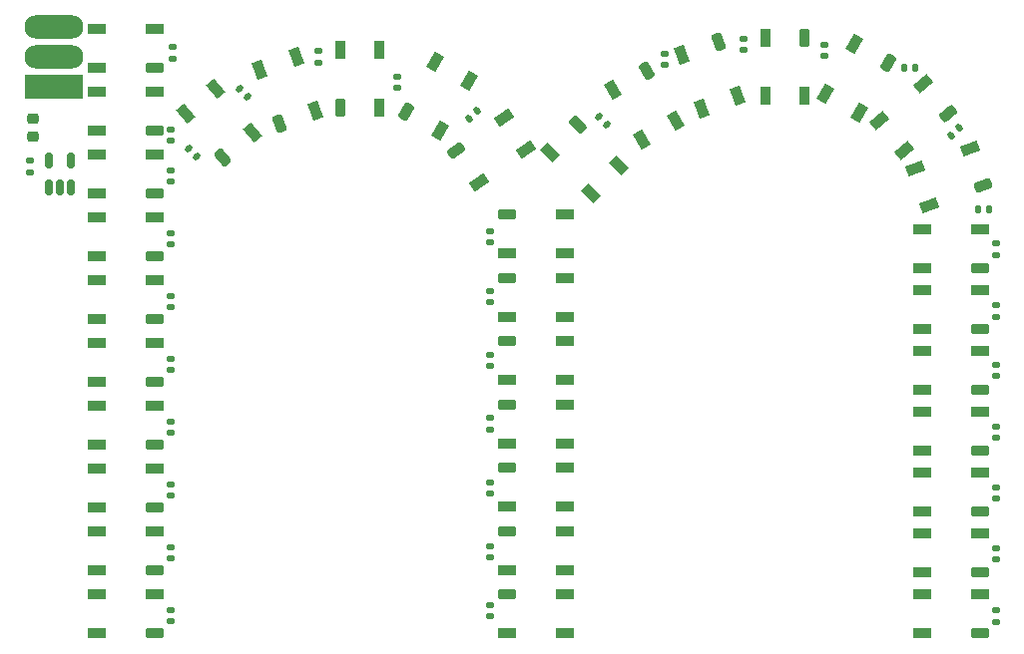
<source format=gtp>
G04 #@! TF.GenerationSoftware,KiCad,Pcbnew,7.0.1-3b83917a11~171~ubuntu22.04.1*
G04 #@! TF.CreationDate,2023-03-23T14:32:19-07:00*
G04 #@! TF.ProjectId,badge,62616467-652e-46b6-9963-61645f706362,rev?*
G04 #@! TF.SameCoordinates,Original*
G04 #@! TF.FileFunction,Paste,Top*
G04 #@! TF.FilePolarity,Positive*
%FSLAX46Y46*%
G04 Gerber Fmt 4.6, Leading zero omitted, Abs format (unit mm)*
G04 Created by KiCad (PCBNEW 7.0.1-3b83917a11~171~ubuntu22.04.1) date 2023-03-23 14:32:19*
%MOMM*%
%LPD*%
G01*
G04 APERTURE LIST*
G04 Aperture macros list*
%AMRoundRect*
0 Rectangle with rounded corners*
0 $1 Rounding radius*
0 $2 $3 $4 $5 $6 $7 $8 $9 X,Y pos of 4 corners*
0 Add a 4 corners polygon primitive as box body*
4,1,4,$2,$3,$4,$5,$6,$7,$8,$9,$2,$3,0*
0 Add four circle primitives for the rounded corners*
1,1,$1+$1,$2,$3*
1,1,$1+$1,$4,$5*
1,1,$1+$1,$6,$7*
1,1,$1+$1,$8,$9*
0 Add four rect primitives between the rounded corners*
20,1,$1+$1,$2,$3,$4,$5,0*
20,1,$1+$1,$4,$5,$6,$7,0*
20,1,$1+$1,$6,$7,$8,$9,0*
20,1,$1+$1,$8,$9,$2,$3,0*%
%AMRotRect*
0 Rectangle, with rotation*
0 The origin of the aperture is its center*
0 $1 length*
0 $2 width*
0 $3 Rotation angle, in degrees counterclockwise*
0 Add horizontal line*
21,1,$1,$2,0,0,$3*%
G04 Aperture macros list end*
%ADD10RoundRect,0.140000X0.140000X0.170000X-0.140000X0.170000X-0.140000X-0.170000X0.140000X-0.170000X0*%
%ADD11RoundRect,0.225000X0.525000X0.225000X-0.525000X0.225000X-0.525000X-0.225000X0.525000X-0.225000X0*%
%ADD12R,1.500000X0.900000*%
%ADD13RoundRect,0.225000X-0.525000X-0.225000X0.525000X-0.225000X0.525000X0.225000X-0.525000X0.225000X0*%
%ADD14RoundRect,0.225000X0.416384X0.390991X-0.570293X0.031870X-0.416384X-0.390991X0.570293X-0.031870X0*%
%ADD15RotRect,1.500000X0.900000X200.000000*%
%ADD16RoundRect,0.140000X0.170000X-0.140000X0.170000X0.140000X-0.170000X0.140000X-0.170000X-0.140000X0*%
%ADD17RoundRect,0.225000X0.390991X-0.416384X0.031870X0.570293X-0.390991X0.416384X-0.031870X-0.570293X0*%
%ADD18RotRect,1.500000X0.900000X110.000000*%
%ADD19RoundRect,0.140000X-0.021213X0.219203X-0.219203X0.021213X0.021213X-0.219203X0.219203X-0.021213X0*%
%ADD20RoundRect,0.140000X-0.170000X0.140000X-0.170000X-0.140000X0.170000X-0.140000X0.170000X0.140000X0*%
%ADD21RoundRect,0.225000X-0.301000X-0.485437X0.559110X0.116818X0.301000X0.485437X-0.559110X-0.116818X0*%
%ADD22RotRect,1.500000X0.900000X35.000000*%
%ADD23RoundRect,0.225000X0.067644X0.567163X-0.457356X-0.342163X-0.067644X-0.567163X0.457356X0.342163X0*%
%ADD24RotRect,1.500000X0.900000X240.000000*%
%ADD25RoundRect,0.225000X0.257546X0.509823X-0.546801X-0.165103X-0.257546X-0.509823X0.546801X0.165103X0*%
%ADD26RotRect,1.500000X0.900000X220.000000*%
%ADD27RoundRect,0.225000X-0.225000X0.525000X-0.225000X-0.525000X0.225000X-0.525000X0.225000X0.525000X0*%
%ADD28R,0.900000X1.500000*%
%ADD29RoundRect,0.225000X-0.250000X0.225000X-0.250000X-0.225000X0.250000X-0.225000X0.250000X0.225000X0*%
%ADD30RoundRect,0.225000X-0.457356X0.342163X0.067644X-0.567163X0.457356X-0.342163X-0.067644X0.567163X0*%
%ADD31RotRect,1.500000X0.900000X300.000000*%
%ADD32RoundRect,0.225000X-0.067644X-0.567163X0.457356X0.342163X0.067644X0.567163X-0.457356X-0.342163X0*%
%ADD33RotRect,1.500000X0.900000X60.000000*%
%ADD34RoundRect,0.140000X0.219203X0.021213X0.021213X0.219203X-0.219203X-0.021213X-0.021213X-0.219203X0*%
%ADD35RoundRect,0.225000X0.509823X-0.257546X-0.165103X0.546801X-0.509823X0.257546X0.165103X-0.546801X0*%
%ADD36RotRect,1.500000X0.900000X130.000000*%
%ADD37RoundRect,0.225000X-0.390991X0.416384X-0.031870X-0.570293X0.390991X-0.416384X0.031870X0.570293X0*%
%ADD38RotRect,1.500000X0.900000X290.000000*%
%ADD39RoundRect,0.140000X-0.219203X-0.021213X-0.021213X-0.219203X0.219203X0.021213X0.021213X0.219203X0*%
%ADD40R,5.000000X2.000000*%
%ADD41O,5.000000X2.000000*%
%ADD42RoundRect,0.140000X0.021213X-0.219203X0.219203X-0.021213X-0.021213X0.219203X-0.219203X0.021213X0*%
%ADD43RoundRect,0.150000X0.150000X-0.512500X0.150000X0.512500X-0.150000X0.512500X-0.150000X-0.512500X0*%
%ADD44RoundRect,0.140000X-0.140000X-0.170000X0.140000X-0.170000X0.140000X0.170000X-0.140000X0.170000X0*%
%ADD45RoundRect,0.225000X-0.530330X0.212132X0.212132X-0.530330X0.530330X-0.212132X-0.212132X0.530330X0*%
%ADD46RotRect,1.500000X0.900000X315.000000*%
%ADD47RoundRect,0.225000X0.225000X-0.525000X0.225000X0.525000X-0.225000X0.525000X-0.225000X-0.525000X0*%
G04 APERTURE END LIST*
D10*
G04 #@! TO.C,C14*
X184990000Y-76910000D03*
X184030000Y-76910000D03*
G04 #@! TD*
D11*
G04 #@! TO.C,D17*
X184224000Y-92243332D03*
D12*
X184224000Y-88943332D03*
X179324000Y-88943332D03*
X179324000Y-92243332D03*
G04 #@! TD*
D11*
G04 #@! TO.C,D15*
X184224000Y-81914000D03*
D12*
X184224000Y-78614000D03*
X179324000Y-78614000D03*
X179324000Y-81914000D03*
G04 #@! TD*
D13*
G04 #@! TO.C,D7*
X144100000Y-77344000D03*
D12*
X144100000Y-80644000D03*
X149000000Y-80644000D03*
X149000000Y-77344000D03*
G04 #@! TD*
D14*
G04 #@! TO.C,D14*
X184476580Y-74880543D03*
D15*
X183347914Y-71779558D03*
X178743420Y-73455457D03*
X179872086Y-76556442D03*
G04 #@! TD*
D16*
G04 #@! TO.C,C34*
X115520000Y-101202000D03*
X115520000Y-100242000D03*
G04 #@! TD*
G04 #@! TO.C,C17*
X185540000Y-91090000D03*
X185540000Y-90130000D03*
G04 #@! TD*
D17*
G04 #@! TO.C,D25*
X124763457Y-69668580D03*
D18*
X127864442Y-68539914D03*
X126188543Y-63935420D03*
X123087558Y-65064086D03*
G04 #@! TD*
D11*
G04 #@! TO.C,D16*
X184224000Y-87078666D03*
D12*
X184224000Y-83778666D03*
X179324000Y-83778666D03*
X179324000Y-87078666D03*
G04 #@! TD*
D13*
G04 #@! TO.C,D2*
X144100000Y-104225665D03*
D12*
X144100000Y-107525665D03*
X149000000Y-107525665D03*
X149000000Y-104225665D03*
G04 #@! TD*
D19*
G04 #@! TO.C,C13*
X182449411Y-69950589D03*
X181770589Y-70629411D03*
G04 #@! TD*
D20*
G04 #@! TO.C,C1*
X142650000Y-110490000D03*
X142650000Y-111450000D03*
G04 #@! TD*
D21*
G04 #@! TO.C,D22*
X139794676Y-71935661D03*
D22*
X141687479Y-74638863D03*
X145701324Y-71828339D03*
X143808521Y-69125137D03*
G04 #@! TD*
D11*
G04 #@! TO.C,D31*
X114210000Y-86232000D03*
D12*
X114210000Y-82932000D03*
X109310000Y-82932000D03*
X109310000Y-86232000D03*
G04 #@! TD*
D20*
G04 #@! TO.C,C37*
X103632000Y-72799000D03*
X103632000Y-73759000D03*
G04 #@! TD*
D11*
G04 #@! TO.C,D32*
X114210000Y-91566000D03*
D12*
X114210000Y-88266000D03*
X109310000Y-88266000D03*
X109310000Y-91566000D03*
G04 #@! TD*
D11*
G04 #@! TO.C,D27*
X114210000Y-64896000D03*
D12*
X114210000Y-61596000D03*
X109310000Y-61596000D03*
X109310000Y-64896000D03*
G04 #@! TD*
D20*
G04 #@! TO.C,C3*
X142650000Y-100100000D03*
X142650000Y-101060000D03*
G04 #@! TD*
D11*
G04 #@! TO.C,D18*
X184224000Y-97407998D03*
D12*
X184224000Y-94107998D03*
X179324000Y-94107998D03*
X179324000Y-97407998D03*
G04 #@! TD*
D23*
G04 #@! TO.C,D12*
X176389942Y-64489238D03*
D24*
X173532058Y-62839238D03*
X171082058Y-67082762D03*
X173939942Y-68732762D03*
G04 #@! TD*
D16*
G04 #@! TO.C,C21*
X185540000Y-111930000D03*
X185540000Y-110970000D03*
G04 #@! TD*
D25*
G04 #@! TO.C,D13*
X181499408Y-68777144D03*
D26*
X179378209Y-66249197D03*
X175624592Y-69398856D03*
X177745791Y-71926803D03*
G04 #@! TD*
D27*
G04 #@! TO.C,D11*
X169290000Y-62320000D03*
D28*
X165990000Y-62320000D03*
X165990000Y-67220000D03*
X169290000Y-67220000D03*
G04 #@! TD*
D13*
G04 #@! TO.C,D1*
X144100000Y-109602000D03*
D12*
X144100000Y-112902000D03*
X149000000Y-112902000D03*
X149000000Y-109602000D03*
G04 #@! TD*
D29*
G04 #@! TO.C,C38*
X103886000Y-69202000D03*
X103886000Y-70752000D03*
G04 #@! TD*
D16*
G04 #@! TO.C,C15*
X185540000Y-80780000D03*
X185540000Y-79820000D03*
G04 #@! TD*
D30*
G04 #@! TO.C,D9*
X155905942Y-65125238D03*
D31*
X153048058Y-66775238D03*
X155498058Y-71018762D03*
X158355942Y-69368762D03*
G04 #@! TD*
D16*
G04 #@! TO.C,C29*
X115520000Y-74532000D03*
X115520000Y-73572000D03*
G04 #@! TD*
D32*
G04 #@! TO.C,D23*
X135522058Y-68606762D03*
D33*
X138379942Y-70256762D03*
X140829942Y-66013238D03*
X137972058Y-64363238D03*
G04 #@! TD*
D16*
G04 #@! TO.C,C16*
X185540000Y-86040000D03*
X185540000Y-85080000D03*
G04 #@! TD*
G04 #@! TO.C,C35*
X115520000Y-106536000D03*
X115520000Y-105576000D03*
G04 #@! TD*
G04 #@! TO.C,C24*
X128040000Y-64440000D03*
X128040000Y-63480000D03*
G04 #@! TD*
D11*
G04 #@! TO.C,D21*
X184224000Y-112901996D03*
D12*
X184224000Y-109601996D03*
X179324000Y-109601996D03*
X179324000Y-112901996D03*
G04 #@! TD*
D34*
G04 #@! TO.C,C25*
X122099411Y-67379411D03*
X121420589Y-66700589D03*
G04 #@! TD*
D11*
G04 #@! TO.C,D29*
X114210000Y-75564000D03*
D12*
X114210000Y-72264000D03*
X109310000Y-72264000D03*
X109310000Y-75564000D03*
G04 #@! TD*
D16*
G04 #@! TO.C,C33*
X115520000Y-95868000D03*
X115520000Y-94908000D03*
G04 #@! TD*
D20*
G04 #@! TO.C,C28*
X115570000Y-70143000D03*
X115570000Y-71103000D03*
G04 #@! TD*
D35*
G04 #@! TO.C,D26*
X119944856Y-72533408D03*
D36*
X122472803Y-70412209D03*
X119323144Y-66658592D03*
X116795197Y-68779791D03*
G04 #@! TD*
D16*
G04 #@! TO.C,C32*
X115520000Y-90534000D03*
X115520000Y-89574000D03*
G04 #@! TD*
D11*
G04 #@! TO.C,D33*
X114210000Y-96900000D03*
D12*
X114210000Y-93600000D03*
X109310000Y-93600000D03*
X109310000Y-96900000D03*
G04 #@! TD*
D11*
G04 #@! TO.C,D20*
X184224000Y-107737330D03*
D12*
X184224000Y-104437330D03*
X179324000Y-104437330D03*
X179324000Y-107737330D03*
G04 #@! TD*
D11*
G04 #@! TO.C,D35*
X114210000Y-107568000D03*
D12*
X114210000Y-104268000D03*
X109310000Y-104268000D03*
X109310000Y-107568000D03*
G04 #@! TD*
D20*
G04 #@! TO.C,C5*
X142650000Y-89260000D03*
X142650000Y-90220000D03*
G04 #@! TD*
D11*
G04 #@! TO.C,D19*
X184224000Y-102572664D03*
D12*
X184224000Y-99272664D03*
X179324000Y-99272664D03*
X179324000Y-102572664D03*
G04 #@! TD*
D13*
G04 #@! TO.C,D6*
X144100000Y-82720333D03*
D12*
X144100000Y-86020333D03*
X149000000Y-86020333D03*
X149000000Y-82720333D03*
G04 #@! TD*
D20*
G04 #@! TO.C,C9*
X157480000Y-63670000D03*
X157480000Y-64630000D03*
G04 #@! TD*
G04 #@! TO.C,C11*
X170970000Y-62950000D03*
X170970000Y-63910000D03*
G04 #@! TD*
D13*
G04 #@! TO.C,D3*
X144100000Y-98849332D03*
D12*
X144100000Y-102149332D03*
X149000000Y-102149332D03*
X149000000Y-98849332D03*
G04 #@! TD*
D37*
G04 #@! TO.C,D10*
X162002543Y-62665420D03*
D38*
X158901558Y-63794086D03*
X160577457Y-68398580D03*
X163678442Y-67269914D03*
G04 #@! TD*
D16*
G04 #@! TO.C,C27*
X115697000Y-64107000D03*
X115697000Y-63147000D03*
G04 #@! TD*
D11*
G04 #@! TO.C,D34*
X114210000Y-102234000D03*
D12*
X114210000Y-98934000D03*
X109310000Y-98934000D03*
X109310000Y-102234000D03*
G04 #@! TD*
D39*
G04 #@! TO.C,C8*
X151890589Y-69060589D03*
X152569411Y-69739411D03*
G04 #@! TD*
D11*
G04 #@! TO.C,D36*
X114210000Y-112902000D03*
D12*
X114210000Y-109602000D03*
X109310000Y-109602000D03*
X109310000Y-112902000D03*
G04 #@! TD*
D16*
G04 #@! TO.C,C20*
X185540000Y-106660000D03*
X185540000Y-105700000D03*
G04 #@! TD*
D40*
G04 #@! TO.C,J1*
X105637500Y-66533000D03*
D41*
X105637500Y-63993000D03*
X105637500Y-61453000D03*
G04 #@! TD*
D42*
G04 #@! TO.C,C22*
X140880589Y-69219411D03*
X141559411Y-68540589D03*
G04 #@! TD*
D11*
G04 #@! TO.C,D30*
X114210000Y-80898000D03*
D12*
X114210000Y-77598000D03*
X109310000Y-77598000D03*
X109310000Y-80898000D03*
G04 #@! TD*
D11*
G04 #@! TO.C,D28*
X114210000Y-70230000D03*
D12*
X114210000Y-66930000D03*
X109310000Y-66930000D03*
X109310000Y-70230000D03*
G04 #@! TD*
D43*
G04 #@! TO.C,U1*
X105222000Y-75051500D03*
X106172000Y-75051500D03*
X107122000Y-75051500D03*
X107122000Y-72776500D03*
X105222000Y-72776500D03*
G04 #@! TD*
D20*
G04 #@! TO.C,C2*
X142650000Y-105520000D03*
X142650000Y-106480000D03*
G04 #@! TD*
D44*
G04 #@! TO.C,C12*
X177770000Y-64890000D03*
X178730000Y-64890000D03*
G04 #@! TD*
D20*
G04 #@! TO.C,C7*
X142650000Y-78790000D03*
X142650000Y-79750000D03*
G04 #@! TD*
D16*
G04 #@! TO.C,C23*
X134790000Y-66600000D03*
X134790000Y-65640000D03*
G04 #@! TD*
G04 #@! TO.C,C36*
X115520000Y-111870000D03*
X115520000Y-110910000D03*
G04 #@! TD*
D20*
G04 #@! TO.C,C4*
X142650000Y-94650000D03*
X142650000Y-95610000D03*
G04 #@! TD*
D16*
G04 #@! TO.C,C18*
X185540000Y-96290000D03*
X185540000Y-95330000D03*
G04 #@! TD*
D20*
G04 #@! TO.C,C6*
X142650000Y-83860000D03*
X142650000Y-84820000D03*
G04 #@! TD*
D13*
G04 #@! TO.C,D5*
X144100000Y-88096666D03*
D12*
X144100000Y-91396666D03*
X149000000Y-91396666D03*
X149000000Y-88096666D03*
G04 #@! TD*
D45*
G04 #@! TO.C,D8*
X150056315Y-69744862D03*
D46*
X147722862Y-72078315D03*
X151187685Y-75543138D03*
X153521138Y-73209685D03*
G04 #@! TD*
D20*
G04 #@! TO.C,C10*
X164170000Y-62400000D03*
X164170000Y-63360000D03*
G04 #@! TD*
D16*
G04 #@! TO.C,C31*
X115520000Y-85200000D03*
X115520000Y-84240000D03*
G04 #@! TD*
D34*
G04 #@! TO.C,C26*
X117739411Y-72439411D03*
X117060589Y-71760589D03*
G04 #@! TD*
D47*
G04 #@! TO.C,D24*
X129922000Y-68236000D03*
D28*
X133222000Y-68236000D03*
X133222000Y-63336000D03*
X129922000Y-63336000D03*
G04 #@! TD*
D13*
G04 #@! TO.C,D4*
X144100000Y-93472999D03*
D12*
X144100000Y-96772999D03*
X149000000Y-96772999D03*
X149000000Y-93472999D03*
G04 #@! TD*
D16*
G04 #@! TO.C,C19*
X185540000Y-101490000D03*
X185540000Y-100530000D03*
G04 #@! TD*
G04 #@! TO.C,C30*
X115520000Y-79866000D03*
X115520000Y-78906000D03*
G04 #@! TD*
M02*

</source>
